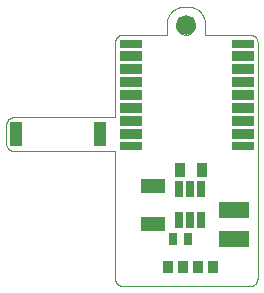
<source format=gbs>
G75*
%MOIN*%
%OFA0B0*%
%FSLAX25Y25*%
%IPPOS*%
%LPD*%
%AMOC8*
5,1,8,0,0,1.08239X$1,22.5*
%
%ADD10C,0.00000*%
%ADD11C,0.06650*%
%ADD12R,0.04337X0.08274*%
%ADD13R,0.07487X0.03156*%
%ADD14R,0.07487X0.03550*%
%ADD15R,0.10400X0.05400*%
%ADD16R,0.03600X0.03900*%
%ADD17R,0.02841X0.05203*%
%ADD18R,0.03156X0.03943*%
%ADD19R,0.08274X0.05124*%
%ADD20R,0.03550X0.05124*%
D10*
X0060095Y0064000D02*
X0060095Y0106500D01*
X0026345Y0106500D01*
X0026247Y0106502D01*
X0026149Y0106508D01*
X0026051Y0106517D01*
X0025954Y0106531D01*
X0025857Y0106548D01*
X0025761Y0106569D01*
X0025666Y0106594D01*
X0025572Y0106622D01*
X0025480Y0106655D01*
X0025388Y0106690D01*
X0025298Y0106730D01*
X0025210Y0106772D01*
X0025123Y0106819D01*
X0025039Y0106868D01*
X0024956Y0106921D01*
X0024876Y0106977D01*
X0024797Y0107037D01*
X0024721Y0107099D01*
X0024648Y0107164D01*
X0024577Y0107232D01*
X0024509Y0107303D01*
X0024444Y0107376D01*
X0024382Y0107452D01*
X0024322Y0107531D01*
X0024266Y0107611D01*
X0024213Y0107694D01*
X0024164Y0107778D01*
X0024117Y0107865D01*
X0024075Y0107953D01*
X0024035Y0108043D01*
X0024000Y0108135D01*
X0023967Y0108227D01*
X0023939Y0108321D01*
X0023914Y0108416D01*
X0023893Y0108512D01*
X0023876Y0108609D01*
X0023862Y0108706D01*
X0023853Y0108804D01*
X0023847Y0108902D01*
X0023845Y0109000D01*
X0023845Y0115250D01*
X0023847Y0115348D01*
X0023853Y0115446D01*
X0023862Y0115544D01*
X0023876Y0115641D01*
X0023893Y0115738D01*
X0023914Y0115834D01*
X0023939Y0115929D01*
X0023967Y0116023D01*
X0024000Y0116115D01*
X0024035Y0116207D01*
X0024075Y0116297D01*
X0024117Y0116385D01*
X0024164Y0116472D01*
X0024213Y0116556D01*
X0024266Y0116639D01*
X0024322Y0116719D01*
X0024382Y0116798D01*
X0024444Y0116874D01*
X0024509Y0116947D01*
X0024577Y0117018D01*
X0024648Y0117086D01*
X0024721Y0117151D01*
X0024797Y0117213D01*
X0024876Y0117273D01*
X0024956Y0117329D01*
X0025039Y0117382D01*
X0025123Y0117431D01*
X0025210Y0117478D01*
X0025298Y0117520D01*
X0025388Y0117560D01*
X0025480Y0117595D01*
X0025572Y0117628D01*
X0025666Y0117656D01*
X0025761Y0117681D01*
X0025857Y0117702D01*
X0025954Y0117719D01*
X0026051Y0117733D01*
X0026149Y0117742D01*
X0026247Y0117748D01*
X0026345Y0117750D01*
X0060095Y0117750D01*
X0060095Y0142750D01*
X0060097Y0142848D01*
X0060103Y0142946D01*
X0060112Y0143044D01*
X0060126Y0143141D01*
X0060143Y0143238D01*
X0060164Y0143334D01*
X0060189Y0143429D01*
X0060217Y0143523D01*
X0060250Y0143615D01*
X0060285Y0143707D01*
X0060325Y0143797D01*
X0060367Y0143885D01*
X0060414Y0143972D01*
X0060463Y0144056D01*
X0060516Y0144139D01*
X0060572Y0144219D01*
X0060632Y0144298D01*
X0060694Y0144374D01*
X0060759Y0144447D01*
X0060827Y0144518D01*
X0060898Y0144586D01*
X0060971Y0144651D01*
X0061047Y0144713D01*
X0061126Y0144773D01*
X0061206Y0144829D01*
X0061289Y0144882D01*
X0061373Y0144931D01*
X0061460Y0144978D01*
X0061548Y0145020D01*
X0061638Y0145060D01*
X0061730Y0145095D01*
X0061822Y0145128D01*
X0061916Y0145156D01*
X0062011Y0145181D01*
X0062107Y0145202D01*
X0062204Y0145219D01*
X0062301Y0145233D01*
X0062399Y0145242D01*
X0062497Y0145248D01*
X0062595Y0145250D01*
X0077283Y0145250D01*
X0077283Y0148183D01*
X0077282Y0148182D02*
X0077272Y0148334D01*
X0077266Y0148485D01*
X0077264Y0148637D01*
X0077266Y0148789D01*
X0077271Y0148941D01*
X0077280Y0149092D01*
X0077293Y0149243D01*
X0077310Y0149394D01*
X0077331Y0149545D01*
X0077356Y0149695D01*
X0077384Y0149844D01*
X0077416Y0149992D01*
X0077452Y0150140D01*
X0077491Y0150286D01*
X0077535Y0150432D01*
X0077582Y0150576D01*
X0077632Y0150719D01*
X0077686Y0150861D01*
X0077744Y0151001D01*
X0077805Y0151140D01*
X0077870Y0151277D01*
X0077939Y0151413D01*
X0078010Y0151547D01*
X0078085Y0151679D01*
X0078164Y0151809D01*
X0078245Y0151937D01*
X0078330Y0152063D01*
X0078418Y0152186D01*
X0078509Y0152308D01*
X0078603Y0152427D01*
X0078701Y0152544D01*
X0078801Y0152658D01*
X0078904Y0152769D01*
X0079009Y0152878D01*
X0079118Y0152984D01*
X0079229Y0153088D01*
X0079343Y0153188D01*
X0079459Y0153286D01*
X0079577Y0153381D01*
X0079698Y0153473D01*
X0079822Y0153561D01*
X0079947Y0153647D01*
X0080075Y0153729D01*
X0080204Y0153808D01*
X0080336Y0153883D01*
X0080469Y0153956D01*
X0080605Y0154025D01*
X0080742Y0154090D01*
X0080880Y0154152D01*
X0081020Y0154210D01*
X0081162Y0154265D01*
X0081305Y0154316D01*
X0081449Y0154364D01*
X0081594Y0154408D01*
X0081741Y0154448D01*
X0081888Y0154485D01*
X0082036Y0154518D01*
X0082185Y0154547D01*
X0082335Y0154572D01*
X0082485Y0154593D01*
X0082636Y0154611D01*
X0082787Y0154625D01*
X0084151Y0154625D01*
X0084302Y0154627D01*
X0084454Y0154625D01*
X0084605Y0154619D01*
X0084757Y0154610D01*
X0084908Y0154596D01*
X0085058Y0154578D01*
X0085208Y0154556D01*
X0085358Y0154531D01*
X0085506Y0154501D01*
X0085654Y0154468D01*
X0085801Y0154431D01*
X0085947Y0154390D01*
X0086092Y0154345D01*
X0086235Y0154296D01*
X0086378Y0154244D01*
X0086518Y0154188D01*
X0086658Y0154128D01*
X0086795Y0154065D01*
X0086931Y0153998D01*
X0087066Y0153928D01*
X0087198Y0153854D01*
X0087328Y0153776D01*
X0087457Y0153695D01*
X0087583Y0153611D01*
X0087706Y0153524D01*
X0087828Y0153433D01*
X0087947Y0153340D01*
X0088064Y0153243D01*
X0088178Y0153143D01*
X0088289Y0153040D01*
X0088398Y0152934D01*
X0088504Y0152826D01*
X0088607Y0152715D01*
X0088707Y0152601D01*
X0088804Y0152484D01*
X0088898Y0152365D01*
X0088988Y0152244D01*
X0089076Y0152120D01*
X0089160Y0151994D01*
X0089241Y0151866D01*
X0089319Y0151736D01*
X0089393Y0151604D01*
X0089464Y0151470D01*
X0089531Y0151334D01*
X0089595Y0151196D01*
X0089654Y0151057D01*
X0089711Y0150916D01*
X0089763Y0150774D01*
X0089812Y0150631D01*
X0089857Y0150486D01*
X0089898Y0150340D01*
X0089936Y0150193D01*
X0089970Y0150045D01*
X0089999Y0149897D01*
X0090025Y0149747D01*
X0090047Y0149597D01*
X0090065Y0149447D01*
X0090079Y0149296D01*
X0090089Y0149145D01*
X0090095Y0148993D01*
X0090095Y0145250D01*
X0105095Y0145250D01*
X0105193Y0145248D01*
X0105291Y0145242D01*
X0105389Y0145233D01*
X0105486Y0145219D01*
X0105583Y0145202D01*
X0105679Y0145181D01*
X0105774Y0145156D01*
X0105868Y0145128D01*
X0105960Y0145095D01*
X0106052Y0145060D01*
X0106142Y0145020D01*
X0106230Y0144978D01*
X0106317Y0144931D01*
X0106401Y0144882D01*
X0106484Y0144829D01*
X0106564Y0144773D01*
X0106643Y0144713D01*
X0106719Y0144651D01*
X0106792Y0144586D01*
X0106863Y0144518D01*
X0106931Y0144447D01*
X0106996Y0144374D01*
X0107058Y0144298D01*
X0107118Y0144219D01*
X0107174Y0144139D01*
X0107227Y0144056D01*
X0107276Y0143972D01*
X0107323Y0143885D01*
X0107365Y0143797D01*
X0107405Y0143707D01*
X0107440Y0143615D01*
X0107473Y0143523D01*
X0107501Y0143429D01*
X0107526Y0143334D01*
X0107547Y0143238D01*
X0107564Y0143141D01*
X0107578Y0143044D01*
X0107587Y0142946D01*
X0107593Y0142848D01*
X0107595Y0142750D01*
X0107595Y0063989D01*
X0107596Y0063990D02*
X0107593Y0063891D01*
X0107587Y0063793D01*
X0107576Y0063695D01*
X0107562Y0063598D01*
X0107544Y0063502D01*
X0107522Y0063406D01*
X0107497Y0063311D01*
X0107467Y0063217D01*
X0107435Y0063124D01*
X0107398Y0063033D01*
X0107358Y0062943D01*
X0107315Y0062855D01*
X0107268Y0062769D01*
X0107217Y0062684D01*
X0107164Y0062602D01*
X0107107Y0062522D01*
X0107047Y0062444D01*
X0106984Y0062368D01*
X0106919Y0062295D01*
X0106850Y0062225D01*
X0106779Y0062157D01*
X0106705Y0062092D01*
X0106629Y0062030D01*
X0106550Y0061971D01*
X0106469Y0061915D01*
X0106386Y0061863D01*
X0106301Y0061814D01*
X0106214Y0061768D01*
X0106125Y0061725D01*
X0106035Y0061686D01*
X0105944Y0061651D01*
X0105851Y0061619D01*
X0105756Y0061591D01*
X0105661Y0061567D01*
X0105565Y0061546D01*
X0105468Y0061529D01*
X0105371Y0061516D01*
X0105273Y0061507D01*
X0105175Y0061502D01*
X0105077Y0061500D01*
X0105076Y0061500D02*
X0062595Y0061500D01*
X0062497Y0061502D01*
X0062399Y0061508D01*
X0062301Y0061517D01*
X0062204Y0061531D01*
X0062107Y0061548D01*
X0062011Y0061569D01*
X0061916Y0061594D01*
X0061822Y0061622D01*
X0061730Y0061655D01*
X0061638Y0061690D01*
X0061548Y0061730D01*
X0061460Y0061772D01*
X0061373Y0061819D01*
X0061289Y0061868D01*
X0061206Y0061921D01*
X0061126Y0061977D01*
X0061047Y0062037D01*
X0060971Y0062099D01*
X0060898Y0062164D01*
X0060827Y0062232D01*
X0060759Y0062303D01*
X0060694Y0062376D01*
X0060632Y0062452D01*
X0060572Y0062531D01*
X0060516Y0062611D01*
X0060463Y0062694D01*
X0060414Y0062778D01*
X0060367Y0062865D01*
X0060325Y0062953D01*
X0060285Y0063043D01*
X0060250Y0063135D01*
X0060217Y0063227D01*
X0060189Y0063321D01*
X0060164Y0063416D01*
X0060143Y0063512D01*
X0060126Y0063609D01*
X0060112Y0063706D01*
X0060103Y0063804D01*
X0060097Y0063902D01*
X0060095Y0064000D01*
X0080470Y0148388D02*
X0080472Y0148500D01*
X0080478Y0148611D01*
X0080488Y0148722D01*
X0080502Y0148833D01*
X0080520Y0148943D01*
X0080541Y0149052D01*
X0080567Y0149161D01*
X0080597Y0149268D01*
X0080630Y0149375D01*
X0080667Y0149480D01*
X0080708Y0149584D01*
X0080752Y0149686D01*
X0080801Y0149787D01*
X0080852Y0149886D01*
X0080907Y0149983D01*
X0080966Y0150078D01*
X0081028Y0150170D01*
X0081093Y0150261D01*
X0081162Y0150349D01*
X0081233Y0150434D01*
X0081308Y0150517D01*
X0081385Y0150598D01*
X0081466Y0150675D01*
X0081549Y0150750D01*
X0081634Y0150821D01*
X0081722Y0150890D01*
X0081813Y0150955D01*
X0081905Y0151017D01*
X0082000Y0151076D01*
X0082097Y0151131D01*
X0082196Y0151182D01*
X0082297Y0151231D01*
X0082399Y0151275D01*
X0082503Y0151316D01*
X0082608Y0151353D01*
X0082715Y0151386D01*
X0082822Y0151416D01*
X0082931Y0151442D01*
X0083040Y0151463D01*
X0083150Y0151481D01*
X0083261Y0151495D01*
X0083372Y0151505D01*
X0083483Y0151511D01*
X0083595Y0151513D01*
X0083707Y0151511D01*
X0083818Y0151505D01*
X0083929Y0151495D01*
X0084040Y0151481D01*
X0084150Y0151463D01*
X0084259Y0151442D01*
X0084368Y0151416D01*
X0084475Y0151386D01*
X0084582Y0151353D01*
X0084687Y0151316D01*
X0084791Y0151275D01*
X0084893Y0151231D01*
X0084994Y0151182D01*
X0085093Y0151131D01*
X0085190Y0151076D01*
X0085285Y0151017D01*
X0085377Y0150955D01*
X0085468Y0150890D01*
X0085556Y0150821D01*
X0085641Y0150750D01*
X0085724Y0150675D01*
X0085805Y0150598D01*
X0085882Y0150517D01*
X0085957Y0150434D01*
X0086028Y0150349D01*
X0086097Y0150261D01*
X0086162Y0150170D01*
X0086224Y0150078D01*
X0086283Y0149983D01*
X0086338Y0149886D01*
X0086389Y0149787D01*
X0086438Y0149686D01*
X0086482Y0149584D01*
X0086523Y0149480D01*
X0086560Y0149375D01*
X0086593Y0149268D01*
X0086623Y0149161D01*
X0086649Y0149052D01*
X0086670Y0148943D01*
X0086688Y0148833D01*
X0086702Y0148722D01*
X0086712Y0148611D01*
X0086718Y0148500D01*
X0086720Y0148388D01*
X0086718Y0148276D01*
X0086712Y0148165D01*
X0086702Y0148054D01*
X0086688Y0147943D01*
X0086670Y0147833D01*
X0086649Y0147724D01*
X0086623Y0147615D01*
X0086593Y0147508D01*
X0086560Y0147401D01*
X0086523Y0147296D01*
X0086482Y0147192D01*
X0086438Y0147090D01*
X0086389Y0146989D01*
X0086338Y0146890D01*
X0086283Y0146793D01*
X0086224Y0146698D01*
X0086162Y0146606D01*
X0086097Y0146515D01*
X0086028Y0146427D01*
X0085957Y0146342D01*
X0085882Y0146259D01*
X0085805Y0146178D01*
X0085724Y0146101D01*
X0085641Y0146026D01*
X0085556Y0145955D01*
X0085468Y0145886D01*
X0085377Y0145821D01*
X0085285Y0145759D01*
X0085190Y0145700D01*
X0085093Y0145645D01*
X0084994Y0145594D01*
X0084893Y0145545D01*
X0084791Y0145501D01*
X0084687Y0145460D01*
X0084582Y0145423D01*
X0084475Y0145390D01*
X0084368Y0145360D01*
X0084259Y0145334D01*
X0084150Y0145313D01*
X0084040Y0145295D01*
X0083929Y0145281D01*
X0083818Y0145271D01*
X0083707Y0145265D01*
X0083595Y0145263D01*
X0083483Y0145265D01*
X0083372Y0145271D01*
X0083261Y0145281D01*
X0083150Y0145295D01*
X0083040Y0145313D01*
X0082931Y0145334D01*
X0082822Y0145360D01*
X0082715Y0145390D01*
X0082608Y0145423D01*
X0082503Y0145460D01*
X0082399Y0145501D01*
X0082297Y0145545D01*
X0082196Y0145594D01*
X0082097Y0145645D01*
X0082000Y0145700D01*
X0081905Y0145759D01*
X0081813Y0145821D01*
X0081722Y0145886D01*
X0081634Y0145955D01*
X0081549Y0146026D01*
X0081466Y0146101D01*
X0081385Y0146178D01*
X0081308Y0146259D01*
X0081233Y0146342D01*
X0081162Y0146427D01*
X0081093Y0146515D01*
X0081028Y0146606D01*
X0080966Y0146698D01*
X0080907Y0146793D01*
X0080852Y0146890D01*
X0080801Y0146989D01*
X0080752Y0147090D01*
X0080708Y0147192D01*
X0080667Y0147296D01*
X0080630Y0147401D01*
X0080597Y0147508D01*
X0080567Y0147615D01*
X0080541Y0147724D01*
X0080520Y0147833D01*
X0080502Y0147943D01*
X0080488Y0148054D01*
X0080478Y0148165D01*
X0080472Y0148276D01*
X0080470Y0148388D01*
D11*
X0083595Y0148388D03*
D12*
X0055095Y0112112D03*
X0027142Y0112112D03*
D13*
X0065282Y0108071D03*
X0065282Y0142323D03*
X0102683Y0142323D03*
X0102683Y0108071D03*
D14*
X0102683Y0112205D03*
X0102683Y0116535D03*
X0102683Y0120866D03*
X0102683Y0125197D03*
X0102683Y0129528D03*
X0102683Y0133858D03*
X0102683Y0138189D03*
X0065282Y0138189D03*
X0065282Y0133858D03*
X0065282Y0129528D03*
X0065282Y0125197D03*
X0065282Y0120866D03*
X0065282Y0116535D03*
X0065282Y0112205D03*
D15*
X0099783Y0086812D03*
X0099783Y0077125D03*
D16*
X0092595Y0067750D03*
X0087595Y0067750D03*
X0082595Y0067750D03*
X0077595Y0067750D03*
D17*
X0081345Y0083373D03*
X0085085Y0083373D03*
X0088825Y0083412D03*
X0088825Y0093687D03*
X0085085Y0093687D03*
X0081345Y0093687D03*
D18*
X0079411Y0077125D03*
X0084529Y0077125D03*
D19*
X0072595Y0082076D03*
X0072595Y0094674D03*
D20*
X0081864Y0100250D03*
X0088951Y0100250D03*
M02*

</source>
